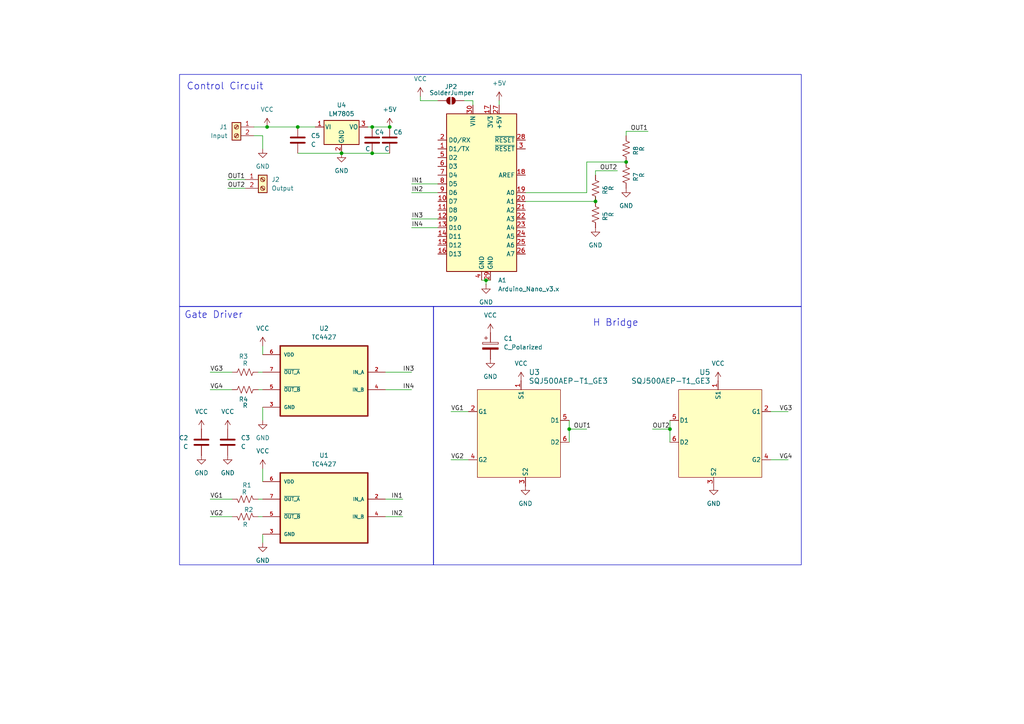
<source format=kicad_sch>
(kicad_sch (version 20231120) (generator "eeschema") (generator_version "8.0")
  (paper "A4")
  (lib_symbols
    (symbol "Connector:Screw_Terminal_01x02" (pin_names (offset 1.016) hide)
      (property "Reference" "J" (at 0 2.54 0))
      (property "Value" "Screw_Terminal_01x02" (at 0 -5.08 0))
      (symbol "Screw_Terminal_01x02_1_1"
        (rectangle (start -1.27 1.27) (end 1.27 -3.81) (stroke (width 0.254)) (fill (type background)))
        (circle (center 0 -2.54) (radius 0.635) (stroke (width 0.1524)))
        (polyline (pts (xy -0.5334 -2.2098) (xy 0.3302 -3.048)) (stroke (width 0.1524)))
        (polyline (pts (xy -0.5334 0.3302) (xy 0.3302 -0.508)) (stroke (width 0.1524)))
        (polyline (pts (xy -0.3556 -2.032) (xy 0.508 -2.8702)) (stroke (width 0.1524)))
        (polyline (pts (xy -0.3556 0.508) (xy 0.508 -0.3302)) (stroke (width 0.1524)))
        (circle (center 0 0) (radius 0.635) (stroke (width 0.1524)))
        (pin passive line (at -5.08 0 0) (length 3.81) (name "Pin_1") (number "1"))
        (pin passive line (at -5.08 -2.54 0) (length 3.81) (name "Pin_2") (number "2"))
      )
    )
    (symbol "Device:C" (pin_numbers hide) (pin_names (offset 0.254))
      (property "Reference" "C" (at 0.635 2.54 0))
      (property "Value" "C" (at 0.635 -2.54 0))
      (symbol "C_0_1"
        (polyline (pts (xy -2.032 -0.762) (xy 2.032 -0.762)) (stroke (width 0.508)))
        (polyline (pts (xy -2.032 0.762) (xy 2.032 0.762)) (stroke (width 0.508)))
      )
      (symbol "C_1_1"
        (pin passive line (at 0 3.81 270) (length 2.794) (name "~") (number "1"))
        (pin passive line (at 0 -3.81 90) (length 2.794) (name "~") (number "2"))
      )
    )
    (symbol "Device:C_Polarized" (pin_numbers hide) (pin_names (offset 0.254))
      (property "Reference" "C" (at 0.635 2.54 0))
      (property "Value" "C_Polarized" (at 0.635 -2.54 0))
      (symbol "C_Polarized_0_1"
        (rectangle (start -2.286 0.508) (end 2.286 1.016))
        (polyline (pts (xy -1.778 2.286) (xy -0.762 2.286)))
        (polyline (pts (xy -1.27 2.794) (xy -1.27 1.778)))
        (rectangle (start 2.286 -0.508) (end -2.286 -1.016) (fill (type outline)))
      )
      (symbol "C_Polarized_1_1"
        (pin passive line (at 0 3.81 270) (length 2.794) (name "~") (number "1"))
        (pin passive line (at 0 -3.81 90) (length 2.794) (name "~") (number "2"))
      )
    )
    (symbol "Device:R_US" (pin_numbers hide) (pin_names (offset 0))
      (property "Reference" "R" (at 2.54 0 90))
      (property "Value" "R_US" (at -2.54 0 90))
      (symbol "R_US_0_1"
        (polyline (pts (xy 0 -2.286) (xy 0 -2.54)))
        (polyline (pts (xy 0 2.286) (xy 0 2.54)))
        (polyline (pts (xy 0 -0.762) (xy 1.016 -1.143) (xy 0 -1.524) (xy -1.016 -1.905) (xy 0 -2.286)))
        (polyline (pts (xy 0 0.762) (xy 1.016 0.381) (xy 0 0) (xy -1.016 -0.381) (xy 0 -0.762)))
        (polyline (pts (xy 0 2.286) (xy 1.016 1.905) (xy 0 1.524) (xy -1.016 1.143) (xy 0 0.762)))
      )
      (symbol "R_US_1_1"
        (pin passive line (at 0 3.81 270) (length 1.27) (name "~") (number "1"))
        (pin passive line (at 0 -3.81 90) (length 1.27) (name "~") (number "2"))
      )
    )
    (symbol "Jumper:SolderJumper_2_Open" (pin_numbers hide) (pin_names (offset 0) hide) (exclude_from_sim yes) (in_bom no)
      (property "Reference" "JP" (at 0 2.032 0))
      (property "Value" "SolderJumper_2_Open" (at 0 -2.54 0))
      (symbol "SolderJumper_2_Open_0_1"
        (arc (start -0.254 1.016) (mid -1.2656 0) (end -0.254 -1.016))
        (arc (start -0.254 1.016) (mid -1.2656 0) (end -0.254 -1.016) (fill (type outline)))
        (polyline (pts (xy -0.254 1.016) (xy -0.254 -1.016)))
        (polyline (pts (xy 0.254 1.016) (xy 0.254 -1.016)))
        (arc (start 0.254 -1.016) (mid 1.2656 0) (end 0.254 1.016))
        (arc (start 0.254 -1.016) (mid 1.2656 0) (end 0.254 1.016) (fill (type outline)))
      )
      (symbol "SolderJumper_2_Open_1_1"
        (pin passive line (at -3.81 0 0) (length 2.54) (name "A") (number "1"))
        (pin passive line (at 3.81 0 180) (length 2.54) (name "B") (number "2"))
      )
    )
    (symbol "MCU_Module:Arduino_Nano_v3.x"
      (property "Reference" "A" (at -10.16 23.495 0))
      (property "Value" "Arduino_Nano_v3.x" (at 5.08 -24.13 0))
      (symbol "Arduino_Nano_v3.x_0_1"
        (rectangle (start -10.16 22.86) (end 10.16 -22.86) (stroke (width 0.254)) (fill (type background)))
      )
      (symbol "Arduino_Nano_v3.x_1_1"
        (pin bidirectional line (at -12.7 12.7 0) (length 2.54) (name "D1/TX") (number "1"))
        (pin bidirectional line (at -12.7 -2.54 0) (length 2.54) (name "D7") (number "10"))
        (pin bidirectional line (at -12.7 -5.08 0) (length 2.54) (name "D8") (number "11"))
        (pin bidirectional line (at -12.7 -7.62 0) (length 2.54) (name "D9") (number "12"))
        (pin bidirectional line (at -12.7 -10.16 0) (length 2.54) (name "D10") (number "13"))
        (pin bidirectional line (at -12.7 -12.7 0) (length 2.54) (name "D11") (number "14"))
        (pin bidirectional line (at -12.7 -15.24 0) (length 2.54) (name "D12") (number "15"))
        (pin bidirectional line (at -12.7 -17.78 0) (length 2.54) (name "D13") (number "16"))
        (pin power_out line (at 2.54 25.4 270) (length 2.54) (name "3V3") (number "17"))
        (pin input line (at 12.7 5.08 180) (length 2.54) (name "AREF") (number "18"))
        (pin bidirectional line (at 12.7 0 180) (length 2.54) (name "A0") (number "19"))
        (pin bidirectional line (at -12.7 15.24 0) (length 2.54) (name "D0/RX") (number "2"))
        (pin bidirectional line (at 12.7 -2.54 180) (length 2.54) (name "A1") (number "20"))
        (pin bidirectional line (at 12.7 -5.08 180) (length 2.54) (name "A2") (number "21"))
        (pin bidirectional line (at 12.7 -7.62 180) (length 2.54) (name "A3") (number "22"))
        (pin bidirectional line (at 12.7 -10.16 180) (length 2.54) (name "A4") (number "23"))
        (pin bidirectional line (at 12.7 -12.7 180) (length 2.54) (name "A5") (number "24"))
        (pin bidirectional line (at 12.7 -15.24 180) (length 2.54) (name "A6") (number "25"))
        (pin bidirectional line (at 12.7 -17.78 180) (length 2.54) (name "A7") (number "26"))
        (pin power_out line (at 5.08 25.4 270) (length 2.54) (name "+5V") (number "27"))
        (pin input line (at 12.7 15.24 180) (length 2.54) (name "~{RESET}") (number "28"))
        (pin power_in line (at 2.54 -25.4 90) (length 2.54) (name "GND") (number "29"))
        (pin input line (at 12.7 12.7 180) (length 2.54) (name "~{RESET}") (number "3"))
        (pin power_in line (at -2.54 25.4 270) (length 2.54) (name "VIN") (number "30"))
        (pin power_in line (at 0 -25.4 90) (length 2.54) (name "GND") (number "4"))
        (pin bidirectional line (at -12.7 10.16 0) (length 2.54) (name "D2") (number "5"))
        (pin bidirectional line (at -12.7 7.62 0) (length 2.54) (name "D3") (number "6"))
        (pin bidirectional line (at -12.7 5.08 0) (length 2.54) (name "D4") (number "7"))
        (pin bidirectional line (at -12.7 2.54 0) (length 2.54) (name "D5") (number "8"))
        (pin bidirectional line (at -12.7 0 0) (length 2.54) (name "D6") (number "9"))
      )
    )
    (symbol "Regulator_Linear:LM7805_TO220" (pin_names (offset 0.254))
      (property "Reference" "U" (at -3.81 3.175 0))
      (property "Value" "LM7805_TO220" (at 0 3.175 0))
      (symbol "LM7805_TO220_0_1"
        (rectangle (start -5.08 1.905) (end 5.08 -5.08) (stroke (width 0.254)) (fill (type background)))
      )
      (symbol "LM7805_TO220_1_1"
        (pin power_in line (at -7.62 0 0) (length 2.54) (name "VI") (number "1"))
        (pin power_in line (at 0 -7.62 90) (length 2.54) (name "GND") (number "2"))
        (pin power_out line (at 7.62 0 180) (length 2.54) (name "VO") (number "3"))
      )
    )
    (symbol "SQJ500AEP-T1-GE3:SQJ500AEP-T1_GE3" (pin_names (offset 0.254))
      (property "Reference" "U" (at 20.32 12.7 0))
      (property "Value" "SQJ500AEP-T1_GE3" (at 20.32 10.16 0))
      (symbol "SQJ500AEP-T1_GE3_1_1"
        (rectangle (start 7.62 2.54) (end 31.75 -22.86) (fill (type background)))
        (pin input line (at 20.32 5.08 270) (length 2.54) (name "S1") (number "1"))
        (pin input line (at 5.08 -3.81 0) (length 2.54) (name "G1") (number "2"))
        (pin input line (at 21.59 -25.4 90) (length 2.54) (name "S2") (number "3"))
        (pin input line (at 5.08 -17.78 0) (length 2.54) (name "G2") (number "4"))
        (pin input line (at 34.29 -6.35 180) (length 2.54) (name "D1") (number "5"))
        (pin input line (at 34.29 -12.7 180) (length 2.54) (name "D2") (number "6"))
      )
    )
    (symbol "TC4427:TC4427" (pin_names (offset 1.016))
      (property "Reference" "U" (at -12.7182 11.1718 0))
      (property "Value" "TC4427" (at -12.7283 -14.1858 0))
      (symbol "TC4427_0_0"
        (rectangle (start -12.7 -10.16) (end 12.7 10.16) (stroke (width 0.41)) (fill (type background)))
        (pin input line (at -17.78 2.54 0) (length 5.08) (name "IN_A") (number "2"))
        (pin power_in line (at 17.78 -7.62 180) (length 5.08) (name "GND") (number "3"))
        (pin input line (at -17.78 -2.54 0) (length 5.08) (name "IN_B") (number "4"))
        (pin output line (at 17.78 -2.54 180) (length 5.08) (name "~{OUT_B}") (number "5"))
        (pin power_in line (at 17.78 7.62 180) (length 5.08) (name "VDD") (number "6"))
        (pin output line (at 17.78 2.54 180) (length 5.08) (name "~{OUT_A}") (number "7"))
      )
    )
    (symbol "power:+5V" (power) (pin_numbers hide) (pin_names (offset 0) hide)
      (property "Value" "+5V" (at 0 3.556 0))
      (symbol "+5V_0_1"
        (polyline (pts (xy -0.762 1.27) (xy 0 2.54)))
        (polyline (pts (xy 0 0) (xy 0 2.54)))
        (polyline (pts (xy 0 2.54) (xy 0.762 1.27)))
      )
      (symbol "+5V_1_1"
        (pin power_in line (at 0 0 90) (length 0) (name "~") (number "1"))
      )
    )
    (symbol "power:GND" (power) (pin_numbers hide) (pin_names (offset 0) hide)
      (property "Value" "GND" (at 0 -3.81 0))
      (symbol "GND_0_1"
        (polyline (pts (xy 0 0) (xy 0 -1.27) (xy 1.27 -1.27) (xy 0 -2.54) (xy -1.27 -1.27) (xy 0 -1.27)))
      )
      (symbol "GND_1_1"
        (pin power_in line (at 0 0 270) (length 0) (name "~") (number "1"))
      )
    )
    (symbol "power:VCC" (power) (pin_numbers hide) (pin_names (offset 0) hide)
      (property "Value" "VCC" (at 0 3.556 0))
      (symbol "VCC_0_1"
        (polyline (pts (xy -0.762 1.27) (xy 0 2.54)))
        (polyline (pts (xy 0 0) (xy 0 2.54)))
        (polyline (pts (xy 0 2.54) (xy 0.762 1.27)))
      )
      (symbol "VCC_1_1"
        (pin power_in line (at 0 0 90) (length 0) (name "~") (number "1"))
      )
    )
  )
  (junction (at 113.03 36.83))
  (junction (at 194.31 124.46))
  (junction (at 165.1 124.46))
  (junction (at 86.36 36.83))
  (junction (at 172.72 58.42))
  (junction (at 99.06 44.45))
  (junction (at 107.95 44.45))
  (junction (at 77.47 36.83))
  (junction (at 181.61 46.99))
  (junction (at 140.97 81.28))
  (junction (at 107.95 36.83))
  (wire (pts (xy 189.23 124.46) (xy 194.31 124.46)))
  (wire (pts (xy 130.81 119.38) (xy 135.89 119.38)))
  (wire (pts (xy 66.04 54.61) (xy 71.12 54.61)))
  (wire (pts (xy 172.72 58.42) (xy 172.72 57.15)))
  (wire (pts (xy 60.96 107.95) (xy 67.31 107.95)))
  (wire (pts (xy 74.93 113.03) (xy 76.2 113.03)))
  (wire (pts (xy 130.81 133.35) (xy 135.89 133.35)))
  (wire (pts (xy 76.2 100.33) (xy 76.2 102.87)))
  (wire (pts (xy 170.18 46.99) (xy 181.61 46.99)))
  (wire (pts (xy 76.2 144.78) (xy 74.93 144.78)))
  (wire (pts (xy 111.76 113.03) (xy 119.38 113.03)))
  (wire (pts (xy 76.2 149.86) (xy 74.93 149.86)))
  (wire (pts (xy 223.52 133.35) (xy 228.6 133.35)))
  (wire (pts (xy 172.72 50.8) (xy 172.72 49.53)))
  (wire (pts (xy 165.1 124.46) (xy 165.1 128.27)))
  (wire (pts (xy 107.95 44.45) (xy 113.03 44.45)))
  (wire (pts (xy 60.96 113.03) (xy 67.31 113.03)))
  (wire (pts (xy 165.1 121.92) (xy 165.1 124.46)))
  (wire (pts (xy 86.36 44.45) (xy 99.06 44.45)))
  (wire (pts (xy 181.61 39.37) (xy 181.61 38.1)))
  (wire (pts (xy 121.92 27.94) (xy 121.92 29.21)))
  (wire (pts (xy 76.2 154.94) (xy 76.2 157.48)))
  (wire (pts (xy 121.92 29.21) (xy 127 29.21)))
  (wire (pts (xy 116.84 149.86) (xy 111.76 149.86)))
  (wire (pts (xy 106.68 36.83) (xy 107.95 36.83)))
  (wire (pts (xy 76.2 39.37) (xy 76.2 43.18)))
  (wire (pts (xy 181.61 38.1) (xy 187.96 38.1)))
  (wire (pts (xy 170.18 55.88) (xy 170.18 46.99)))
  (wire (pts (xy 194.31 124.46) (xy 194.31 128.27)))
  (wire (pts (xy 107.95 36.83) (xy 113.03 36.83)))
  (wire (pts (xy 165.1 124.46) (xy 170.18 124.46)))
  (wire (pts (xy 60.96 149.86) (xy 67.31 149.86)))
  (wire (pts (xy 152.4 55.88) (xy 170.18 55.88)))
  (wire (pts (xy 91.44 36.83) (xy 86.36 36.83)))
  (wire (pts (xy 119.38 53.34) (xy 127 53.34)))
  (wire (pts (xy 172.72 49.53) (xy 179.07 49.53)))
  (wire (pts (xy 116.84 144.78) (xy 111.76 144.78)))
  (wire (pts (xy 73.66 39.37) (xy 76.2 39.37)))
  (wire (pts (xy 99.06 44.45) (xy 107.95 44.45)))
  (wire (pts (xy 194.31 121.92) (xy 194.31 124.46)))
  (wire (pts (xy 140.97 81.28) (xy 140.97 82.55)))
  (wire (pts (xy 74.93 107.95) (xy 76.2 107.95)))
  (wire (pts (xy 119.38 63.5) (xy 127 63.5)))
  (wire (pts (xy 152.4 58.42) (xy 172.72 58.42)))
  (wire (pts (xy 60.96 144.78) (xy 67.31 144.78)))
  (wire (pts (xy 134.62 29.21) (xy 137.16 29.21)))
  (wire (pts (xy 223.52 119.38) (xy 228.6 119.38)))
  (wire (pts (xy 76.2 118.11) (xy 76.2 121.92)))
  (wire (pts (xy 139.7 81.28) (xy 140.97 81.28)))
  (wire (pts (xy 66.04 52.07) (xy 71.12 52.07)))
  (wire (pts (xy 73.66 36.83) (xy 77.47 36.83)))
  (wire (pts (xy 144.78 29.21) (xy 144.78 30.48)))
  (wire (pts (xy 119.38 66.04) (xy 127 66.04)))
  (wire (pts (xy 76.2 135.89) (xy 76.2 139.7)))
  (wire (pts (xy 140.97 81.28) (xy 142.24 81.28)))
  (wire (pts (xy 137.16 29.21) (xy 137.16 30.48)))
  (wire (pts (xy 119.38 55.88) (xy 127 55.88)))
  (wire (pts (xy 111.76 107.95) (xy 119.38 107.95)))
  (wire (pts (xy 77.47 36.83) (xy 86.36 36.83)))
  (rectangle (start 52.07 21.59) (end 232.41 88.9))
  (rectangle (start 52.07 88.9) (end 125.73 163.83))
  (rectangle (start 125.73 88.9) (end 232.41 163.83))
  (text "H Bridge" (at 178.562 93.726 0) (effects (font (size 2 2))))
  (text "Gate Driver\n" (at 61.976 91.44 0) (effects (font (size 2 2))))
  (text "Control Circuit\n" (at 65.278 25.146 0) (effects (font (size 2 2))))
  (label "OUT1" (at 182.88 38.1 0))
  (label "IN4" (at 116.84 113.03 0))
  (label "OUT2" (at 173.99 49.53 0))
  (label "VG1" (at 130.81 119.38 0))
  (label "IN4" (at 119.38 66.04 0))
  (label "IN3" (at 119.38 63.5 0))
  (label "VG1" (at 60.96 144.78 0))
  (label "VG3" (at 60.96 107.95 0))
  (label "OUT1" (at 166.37 124.46 0))
  (label "IN2" (at 119.38 55.88 0))
  (label "VG4" (at 226.06 133.35 0))
  (label "IN1" (at 119.38 53.34 0))
  (label "IN1" (at 116.84 144.78 180))
  (label "VG2" (at 60.96 149.86 0))
  (label "IN2" (at 116.84 149.86 180))
  (label "OUT2" (at 189.23 124.46 0))
  (label "VG3" (at 226.06 119.38 0))
  (label "IN3" (at 116.84 107.95 0))
  (label "VG4" (at 60.96 113.03 0))
  (label "VG2" (at 130.81 133.35 0))
  (label "OUT2" (at 66.04 54.61 0))
  (label "OUT1" (at 66.04 52.07 0))
  (symbol (lib_id "power:VCC") (at 76.2 100.33 0) (unit 1)
    (property "Reference" "#PWR05" (effects (hide yes)))
    (property "Value" "VCC" (at 76.2 95.25 0))
    (property "Description" "Power symbol creates a global label with name \"VCC\"" (effects (hide yes)))
  )
  (symbol (lib_id "Device:R_US") (at 172.72 62.23 180) (unit 1)
    (property "Reference" "R5" (at 175.514 62.738 90))
    (property "Value" "R" (at 177.292 62.23 90))
    (property "Footprint" "Resistor_THT:R_Axial_DIN0207_L6.3mm_D2.5mm_P10.16mm_Horizontal" (effects (hide yes)))
    (property "Description" "Resistor, US symbol" (effects (hide yes)))
  )
  (symbol (lib_id "power:VCC") (at 77.47 36.83 0) (unit 1)
    (property "Reference" "#PWR018" (effects (hide yes)))
    (property "Value" "VCC" (at 77.47 31.75 0))
    (property "Description" "Power symbol creates a global label with name \"VCC\"" (effects (hide yes)))
  )
  (symbol (lib_id "Device:R_US") (at 71.12 113.03 90) (unit 1)
    (property "Reference" "R4" (at 70.612 115.824 90))
    (property "Value" "R" (at 71.12 117.602 90))
    (property "Footprint" "Resistor_THT:R_Axial_DIN0207_L6.3mm_D2.5mm_P10.16mm_Horizontal" (effects (hide yes)))
    (property "Description" "Resistor, US symbol" (effects (hide yes)))
  )
  (symbol (lib_id "power:VCC") (at 151.13 110.49 0) (unit 1)
    (property "Reference" "#PWR022" (effects (hide yes)))
    (property "Value" "VCC" (at 151.13 105.41 0))
    (property "Description" "Power symbol creates a global label with name \"VCC\"" (effects (hide yes)))
  )
  (symbol (lib_id "Device:R_US") (at 71.12 149.86 270) (mirror x) (unit 1)
    (property "Reference" "R2" (at 72.136 147.828 90))
    (property "Value" "R" (at 71.12 152.146 90))
    (property "Footprint" "Resistor_THT:R_Axial_DIN0207_L6.3mm_D2.5mm_P10.16mm_Horizontal" (effects (hide yes)))
    (property "Description" "Resistor, US symbol" (effects (hide yes)))
  )
  (symbol (lib_id "power:VCC") (at 66.04 124.46 0) (unit 1)
    (property "Reference" "#PWR011" (effects (hide yes)))
    (property "Value" "VCC" (at 66.04 119.38 0))
    (property "Description" "Power symbol creates a global label with name \"VCC\"" (effects (hide yes)))
  )
  (symbol (lib_id "power:GND") (at 152.4 140.97 0) (unit 1)
    (property "Reference" "#PWR02" (effects (hide yes)))
    (property "Value" "GND" (at 152.4 146.05 0))
    (property "Description" "Power symbol creates a global label with name \"GND\" , ground" (effects (hide yes)))
  )
  (symbol (lib_id "MCU_Module:Arduino_Nano_v3.x") (at 139.7 55.88 0) (unit 1)
    (property "Reference" "A1" (at 144.4341 81.28 0) (effects (justify left)))
    (property "Value" "Arduino_Nano_v3.x" (at 144.4341 83.82 0) (effects (justify left)))
    (property "Footprint" "Module:Arduino_Nano" (effects (hide yes)))
    (property "Datasheet" "http://www.mouser.com/pdfdocs/Gravitech_Arduino_Nano3_0.pdf" (effects (hide yes)))
    (property "Description" "Arduino Nano v3.x" (effects (hide yes)))
  )
  (symbol (lib_id "TC4427:TC4427") (at 93.98 147.32 0) (mirror y) (unit 1)
    (property "Reference" "U1" (at 93.98 132.08 0))
    (property "Value" "TC4427" (at 93.98 134.62 0))
    (property "Footprint" "TC4427:TC4427" (effects (hide yes)))
    (property "MF" "Microchip" (effects (hide yes)))
    (property "Description_1" "\nTC4427CPA,Dual MOSFET Power Driver 1.5A,4.5 to 18V,Non-Inverting,8-Pin PDIP | Microchip Technology Inc. TC4427CPA\n" (effects (hide yes)))
    (property "Package" "DIP-8 Microchip" (effects (hide yes)))
    (property "Price" "None" (effects (hide yes)))
    (property "Check_prices" "https://www.snapeda.com/parts/TC4427CPA/Microchip/view-part/?ref=eda" (effects (hide yes)))
    (property "STANDARD" "IPC-7351B" (effects (hide yes)))
    (property "PARTREV" "LTR" (effects (hide yes)))
    (property "SnapEDA_Link" "https://www.snapeda.com/parts/TC4427CPA/Microchip/view-part/?ref=snap" (effects (hide yes)))
    (property "MP" "TC4427CPA" (effects (hide yes)))
    (property "Purchase-URL" "https://www.snapeda.com/api/url_track_click_mouser/?unipart_id=52597&manufacturer=Microchip&part_name=TC4427CPA&search_term=None" (effects (hide yes)))
    (property "Availability" "In Stock" (effects (hide yes)))
    (property "MANUFACTURER" "Microchip" (effects (hide yes)))
  )
  (symbol (lib_id "power:VCC") (at 142.24 96.52 0) (unit 1)
    (property "Reference" "#PWR012" (effects (hide yes)))
    (property "Value" "VCC" (at 142.24 91.44 0))
    (property "Description" "Power symbol creates a global label with name \"VCC\"" (effects (hide yes)))
  )
  (symbol (lib_id "power:GND") (at 66.04 132.08 0) (unit 1)
    (property "Reference" "#PWR08" (effects (hide yes)))
    (property "Value" "GND" (at 66.04 137.16 0))
    (property "Description" "Power symbol creates a global label with name \"GND\" , ground" (effects (hide yes)))
  )
  (symbol (lib_id "power:+5V") (at 144.78 29.21 0) (unit 1)
    (property "Reference" "#PWR024" (effects (hide yes)))
    (property "Value" "+5V" (at 144.78 24.13 0))
    (property "Description" "Power symbol creates a global label with name \"+5V\"" (effects (hide yes)))
  )
  (symbol (lib_id "Device:C") (at 107.95 40.64 0) (unit 1)
    (property "Reference" "C4" (at 108.712 38.354 0) (effects (justify left)))
    (property "Value" "C" (at 105.918 43.18 0) (effects (justify left)))
    (property "Description" "Unpolarized capacitor" (effects (hide yes)))
  )
  (symbol (lib_id "Device:C") (at 113.03 40.64 0) (unit 1)
    (property "Reference" "C6" (at 114.046 38.354 0) (effects (justify left)))
    (property "Value" "C" (at 111.506 43.18 0) (effects (justify left)))
    (property "Description" "Unpolarized capacitor" (effects (hide yes)))
  )
  (symbol (lib_id "TC4427:TC4427") (at 93.98 110.49 0) (mirror y) (unit 1)
    (property "Reference" "U2" (at 93.98 95.25 0))
    (property "Value" "TC4427" (at 93.98 97.79 0))
    (property "Footprint" "TC4427:TC4427" (effects (hide yes)))
    (property "MF" "Microchip" (effects (hide yes)))
    (property "Description_1" "\nTC4427CPA,Dual MOSFET Power Driver 1.5A,4.5 to 18V,Non-Inverting,8-Pin PDIP | Microchip Technology Inc. TC4427CPA\n" (effects (hide yes)))
    (property "Package" "DIP-8 Microchip" (effects (hide yes)))
    (property "Price" "None" (effects (hide yes)))
    (property "Check_prices" "https://www.snapeda.com/parts/TC4427CPA/Microchip/view-part/?ref=eda" (effects (hide yes)))
    (property "STANDARD" "IPC-7351B" (effects (hide yes)))
    (property "PARTREV" "LTR" (effects (hide yes)))
    (property "SnapEDA_Link" "https://www.snapeda.com/parts/TC4427CPA/Microchip/view-part/?ref=snap" (effects (hide yes)))
    (property "MP" "TC4427CPA" (effects (hide yes)))
    (property "Purchase-URL" "https://www.snapeda.com/api/url_track_click_mouser/?unipart_id=52597&manufacturer=Microchip&part_name=TC4427CPA&search_term=None" (effects (hide yes)))
    (property "Availability" "In Stock" (effects (hide yes)))
    (property "MANUFACTURER" "Microchip" (effects (hide yes)))
  )
  (symbol (lib_id "power:GND") (at 142.24 104.14 0) (unit 1)
    (property "Reference" "#PWR09" (effects (hide yes)))
    (property "Value" "GND" (at 142.24 109.22 0))
    (property "Description" "Power symbol creates a global label with name \"GND\" , ground" (effects (hide yes)))
  )
  (symbol (lib_id "Device:C") (at 58.42 128.27 0) (mirror y) (unit 1)
    (property "Reference" "C2" (at 54.61 126.9999 0) (effects (justify left)))
    (property "Value" "C" (at 54.61 129.5399 0) (effects (justify left)))
    (property "Footprint" "Capacitor_THT:CP_Radial_D8.0mm_P5.00mm" (effects (hide yes)))
    (property "Description" "Unpolarized capacitor" (effects (hide yes)))
  )
  (symbol (lib_id "power:VCC") (at 58.42 124.46 0) (mirror y) (unit 1)
    (property "Reference" "#PWR010" (effects (hide yes)))
    (property "Value" "VCC" (at 58.42 119.38 0))
    (property "Description" "Power symbol creates a global label with name \"VCC\"" (effects (hide yes)))
  )
  (symbol (lib_id "power:GND") (at 76.2 43.18 0) (mirror y) (unit 1)
    (property "Reference" "#PWR015" (effects (hide yes)))
    (property "Value" "GND" (at 76.2 48.26 0))
    (property "Description" "Power symbol creates a global label with name \"GND\" , ground" (effects (hide yes)))
  )
  (symbol (lib_id "power:VCC") (at 76.2 135.89 0) (mirror y) (unit 1)
    (property "Reference" "#PWR03" (effects (hide yes)))
    (property "Value" "VCC" (at 76.2 130.81 0))
    (property "Description" "Power symbol creates a global label with name \"VCC\"" (effects (hide yes)))
  )
  (symbol (lib_id "power:GND") (at 207.01 140.97 0) (unit 1)
    (property "Reference" "#PWR01" (effects (hide yes)))
    (property "Value" "GND" (at 207.01 146.05 0))
    (property "Description" "Power symbol creates a global label with name \"GND\" , ground" (effects (hide yes)))
  )
  (symbol (lib_id "Connector:Screw_Terminal_01x02") (at 76.2 52.07 0) (unit 1)
    (property "Reference" "J2" (at 78.74 52.0699 0) (effects (justify left)))
    (property "Value" "Output" (at 78.74 54.6099 0) (effects (justify left)))
    (property "Footprint" "TerminalBlock_4Ucon:TerminalBlock_4Ucon_1x02_P3.50mm_Vertical" (effects (hide yes)))
    (property "Description" "Generic screw terminal, single row, 01x02, script generated (kicad-library-utils/schlib/autogen/connector/)" (effects (hide yes)))
  )
  (symbol (lib_id "power:+5V") (at 113.03 36.83 0) (unit 1)
    (property "Reference" "#PWR014" (effects (hide yes)))
    (property "Value" "+5V" (at 113.03 31.75 0))
    (property "Description" "Power symbol creates a global label with name \"+5V\"" (effects (hide yes)))
  )
  (symbol (lib_id "Device:R_US") (at 181.61 43.18 180) (unit 1)
    (property "Reference" "R8" (at 184.404 43.688 90))
    (property "Value" "R" (at 186.182 43.18 90))
    (property "Footprint" "Resistor_THT:R_Axial_DIN0207_L6.3mm_D2.5mm_P10.16mm_Horizontal" (effects (hide yes)))
    (property "Description" "Resistor, US symbol" (effects (hide yes)))
  )
  (symbol (lib_id "Device:R_US") (at 181.61 50.8 180) (unit 1)
    (property "Reference" "R7" (at 184.404 51.308 90))
    (property "Value" "R" (at 186.182 50.8 90))
    (property "Footprint" "Resistor_THT:R_Axial_DIN0207_L6.3mm_D2.5mm_P10.16mm_Horizontal" (effects (hide yes)))
    (property "Description" "Resistor, US symbol" (effects (hide yes)))
  )
  (symbol (lib_id "Regulator_Linear:LM7805_TO220") (at 99.06 36.83 0) (unit 1)
    (property "Reference" "U4" (at 99.06 30.48 0))
    (property "Value" "LM7805" (at 99.06 33.02 0))
    (property "Footprint" "Package_TO_SOT_THT:TO-220-3_Vertical" (effects (hide yes)))
    (property "Datasheet" "https://www.onsemi.cn/PowerSolutions/document/MC7800-D.PDF" (effects (hide yes)))
    (property "Description" "Positive 1A 35V Linear Regulator, Fixed Output 5V, TO-220" (effects (hide yes)))
  )
  (symbol (lib_id "power:GND") (at 140.97 82.55 0) (unit 1)
    (property "Reference" "#PWR025" (effects (hide yes)))
    (property "Value" "GND" (at 140.97 87.63 0))
    (property "Description" "Power symbol creates a global label with name \"GND\" , ground" (effects (hide yes)))
  )
  (symbol (lib_id "Device:R_US") (at 71.12 144.78 270) (mirror x) (unit 1)
    (property "Reference" "R1" (at 71.628 140.716 90))
    (property "Value" "R" (at 70.866 142.748 90))
    (property "Footprint" "Resistor_THT:R_Axial_DIN0207_L6.3mm_D2.5mm_P10.16mm_Horizontal" (effects (hide yes)))
    (property "Description" "Resistor, US symbol" (effects (hide yes)))
  )
  (symbol (lib_id "power:GND") (at 172.72 66.04 0) (unit 1)
    (property "Reference" "#PWR013" (effects (hide yes)))
    (property "Value" "GND" (at 172.72 71.12 0))
    (property "Description" "Power symbol creates a global label with name \"GND\" , ground" (effects (hide yes)))
  )
  (symbol (lib_id "Device:R_US") (at 172.72 54.61 180) (unit 1)
    (property "Reference" "R6" (at 175.514 55.118 90))
    (property "Value" "R" (at 177.292 54.61 90))
    (property "Footprint" "Resistor_THT:R_Axial_DIN0207_L6.3mm_D2.5mm_P10.16mm_Horizontal" (effects (hide yes)))
    (property "Description" "Resistor, US symbol" (effects (hide yes)))
  )
  (symbol (lib_id "Connector:Screw_Terminal_01x02") (at 68.58 36.83 0) (mirror y) (unit 1)
    (property "Reference" "J1" (at 66.04 36.8299 0) (effects (justify left)))
    (property "Value" "Input" (at 66.04 39.3699 0) (effects (justify left)))
    (property "Footprint" "TerminalBlock_4Ucon:TerminalBlock_4Ucon_1x02_P3.50mm_Vertical" (effects (hide yes)))
    (property "Description" "Generic screw terminal, single row, 01x02, script generated (kicad-library-utils/schlib/autogen/connector/)" (effects (hide yes)))
  )
  (symbol (lib_id "power:GND") (at 76.2 157.48 0) (mirror y) (unit 1)
    (property "Reference" "#PWR04" (effects (hide yes)))
    (property "Value" "GND" (at 76.2 162.56 0))
    (property "Description" "Power symbol creates a global label with name \"GND\" , ground" (effects (hide yes)))
  )
  (symbol (lib_id "power:GND") (at 58.42 132.08 0) (mirror y) (unit 1)
    (property "Reference" "#PWR07" (effects (hide yes)))
    (property "Value" "GND" (at 58.42 137.16 0))
    (property "Description" "Power symbol creates a global label with name \"GND\" , ground" (effects (hide yes)))
  )
  (symbol (lib_id "power:VCC") (at 121.92 27.94 0) (unit 1)
    (property "Reference" "#PWR019" (effects (hide yes)))
    (property "Value" "VCC" (at 121.92 22.86 0))
    (property "Description" "Power symbol creates a global label with name \"VCC\"" (effects (hide yes)))
  )
  (symbol (lib_id "Jumper:SolderJumper_2_Open") (at 130.81 29.21 0) (unit 1) (exclude_from_sim yes) (in_bom no)
    (property "Reference" "JP2" (at 130.81 25.146 0))
    (property "Value" "SolderJumper" (at 131.064 26.924 0))
    (property "Description" "Solder Jumper, 2-pole, open" (effects (hide yes)))
  )
  (symbol (lib_id "power:VCC") (at 208.28 110.49 0) (unit 1)
    (property "Reference" "#PWR023" (effects (hide yes)))
    (property "Value" "VCC" (at 208.28 105.41 0))
    (property "Description" "Power symbol creates a global label with name \"VCC\"" (effects (hide yes)))
  )
  (symbol (lib_id "Device:C") (at 66.04 128.27 0) (unit 1)
    (property "Reference" "C3" (at 69.85 126.9999 0) (effects (justify left)))
    (property "Value" "C" (at 69.85 129.5399 0) (effects (justify left)))
    (property "Footprint" "Capacitor_THT:CP_Radial_D8.0mm_P5.00mm" (effects (hide yes)))
    (property "Description" "Unpolarized capacitor" (effects (hide yes)))
  )
  (symbol (lib_id "Device:C_Polarized") (at 142.24 100.33 0) (unit 1)
    (property "Reference" "C1" (at 146.05 98.1709 0) (effects (justify left)))
    (property "Value" "C_Polarized" (at 146.05 100.7109 0) (effects (justify left)))
    (property "Footprint" "Capacitor_THT:CP_Radial_D8.0mm_P5.00mm" (effects (hide yes)))
    (property "Description" "Polarized capacitor" (effects (hide yes)))
  )
  (symbol (lib_id "Device:R_US") (at 71.12 107.95 90) (unit 1)
    (property "Reference" "R3" (at 70.612 103.378 90))
    (property "Value" "R" (at 71.12 105.41 90))
    (property "Footprint" "Resistor_THT:R_Axial_DIN0207_L6.3mm_D2.5mm_P10.16mm_Horizontal" (effects (hide yes)))
    (property "Description" "Resistor, US symbol" (effects (hide yes)))
  )
  (symbol (lib_id "Device:C") (at 86.36 40.64 0) (unit 1)
    (property "Reference" "C5" (at 90.17 39.3699 0) (effects (justify left)))
    (property "Value" "C" (at 90.17 41.9099 0) (effects (justify left)))
    (property "Description" "Unpolarized capacitor" (effects (hide yes)))
  )
  (symbol (lib_id "power:GND") (at 76.2 121.92 0) (unit 1)
    (property "Reference" "#PWR06" (effects (hide yes)))
    (property "Value" "GND" (at 76.2 127 0))
    (property "Description" "Power symbol creates a global label with name \"GND\" , ground" (effects (hide yes)))
  )
  (symbol (lib_id "SQJ500AEP-T1-GE3:SQJ500AEP-T1_GE3") (at 228.6 115.57 0) (mirror y) (unit 1)
    (property "Reference" "U5" (at 206.0859 107.95 0) (effects (font (size 1.524 1.524)) (justify left)))
    (property "Value" "SQJ500AEP-T1_GE3" (at 206.0859 110.49 0) (effects (font (size 1.524 1.524)) (justify left)))
    (property "Footprint" "SQJ500AEP-T1-GE3:SQJ500AEP-T1-GE3" (effects (hide yes)))
    (property "Datasheet" "SQJ500AEP-T1_GE3" (effects (hide yes)))
  )
  (symbol (lib_id "power:GND") (at 99.06 44.45 0) (unit 1)
    (property "Reference" "#PWR016" (effects (hide yes)))
    (property "Value" "GND" (at 99.06 49.53 0))
    (property "Description" "Power symbol creates a global label with name \"GND\" , ground" (effects (hide yes)))
  )
  (symbol (lib_id "SQJ500AEP-T1-GE3:SQJ500AEP-T1_GE3") (at 130.81 115.57 0) (unit 1)
    (property "Reference" "U3" (at 153.3241 107.95 0) (effects (font (size 1.524 1.524)) (justify left)))
    (property "Value" "SQJ500AEP-T1_GE3" (at 153.3241 110.49 0) (effects (font (size 1.524 1.524)) (justify left)))
    (property "Footprint" "SQJ500AEP-T1-GE3:SQJ500AEP-T1-GE3" (effects (hide yes)))
    (property "Datasheet" "SQJ500AEP-T1_GE3" (effects (hide yes)))
  )
  (symbol (lib_id "power:GND") (at 181.61 54.61 0) (unit 1)
    (property "Reference" "#PWR017" (effects (hide yes)))
    (property "Value" "GND" (at 181.61 59.69 0))
    (property "Description" "Power symbol creates a global label with name \"GND\" , ground" (effects (hide yes)))
  )
)
</source>
